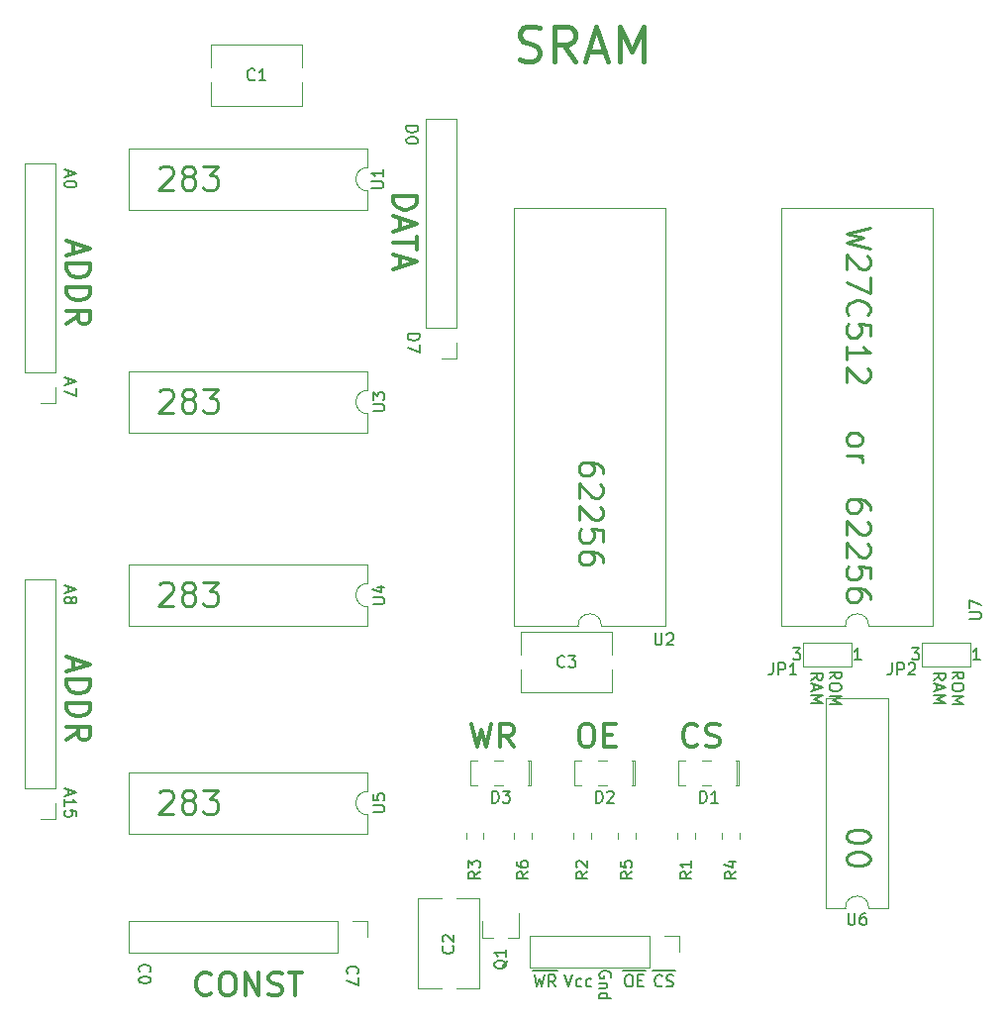
<source format=gbr>
G04 #@! TF.GenerationSoftware,KiCad,Pcbnew,(5.1.8)-1*
G04 #@! TF.CreationDate,2024-07-20T23:50:34+03:00*
G04 #@! TF.ProjectId,RAM,52414d2e-6b69-4636-9164-5f7063625858,rev?*
G04 #@! TF.SameCoordinates,PXc1c960PYc1c960*
G04 #@! TF.FileFunction,Legend,Top*
G04 #@! TF.FilePolarity,Positive*
%FSLAX46Y46*%
G04 Gerber Fmt 4.6, Leading zero omitted, Abs format (unit mm)*
G04 Created by KiCad (PCBNEW (5.1.8)-1) date 2024-07-20 23:50:34*
%MOMM*%
%LPD*%
G01*
G04 APERTURE LIST*
%ADD10C,0.150000*%
%ADD11C,0.250000*%
%ADD12C,0.300000*%
%ADD13C,0.400000*%
%ADD14C,0.120000*%
G04 APERTURE END LIST*
D10*
X68445119Y-61222023D02*
X68921309Y-60888690D01*
X68445119Y-60650595D02*
X69445119Y-60650595D01*
X69445119Y-61031547D01*
X69397500Y-61126785D01*
X69349880Y-61174404D01*
X69254642Y-61222023D01*
X69111785Y-61222023D01*
X69016547Y-61174404D01*
X68968928Y-61126785D01*
X68921309Y-61031547D01*
X68921309Y-60650595D01*
X68730833Y-61602976D02*
X68730833Y-62079166D01*
X68445119Y-61507738D02*
X69445119Y-61841071D01*
X68445119Y-62174404D01*
X68445119Y-62507738D02*
X69445119Y-62507738D01*
X68730833Y-62841071D01*
X69445119Y-63174404D01*
X68445119Y-63174404D01*
X78922619Y-61222023D02*
X79398809Y-60888690D01*
X78922619Y-60650595D02*
X79922619Y-60650595D01*
X79922619Y-61031547D01*
X79875000Y-61126785D01*
X79827380Y-61174404D01*
X79732142Y-61222023D01*
X79589285Y-61222023D01*
X79494047Y-61174404D01*
X79446428Y-61126785D01*
X79398809Y-61031547D01*
X79398809Y-60650595D01*
X79208333Y-61602976D02*
X79208333Y-62079166D01*
X78922619Y-61507738D02*
X79922619Y-61841071D01*
X78922619Y-62174404D01*
X78922619Y-62507738D02*
X79922619Y-62507738D01*
X79208333Y-62841071D01*
X79922619Y-63174404D01*
X78922619Y-63174404D01*
X70032619Y-61126785D02*
X70508809Y-60793452D01*
X70032619Y-60555357D02*
X71032619Y-60555357D01*
X71032619Y-60936309D01*
X70985000Y-61031547D01*
X70937380Y-61079166D01*
X70842142Y-61126785D01*
X70699285Y-61126785D01*
X70604047Y-61079166D01*
X70556428Y-61031547D01*
X70508809Y-60936309D01*
X70508809Y-60555357D01*
X71032619Y-61745833D02*
X71032619Y-61936309D01*
X70985000Y-62031547D01*
X70889761Y-62126785D01*
X70699285Y-62174404D01*
X70365952Y-62174404D01*
X70175476Y-62126785D01*
X70080238Y-62031547D01*
X70032619Y-61936309D01*
X70032619Y-61745833D01*
X70080238Y-61650595D01*
X70175476Y-61555357D01*
X70365952Y-61507738D01*
X70699285Y-61507738D01*
X70889761Y-61555357D01*
X70985000Y-61650595D01*
X71032619Y-61745833D01*
X70032619Y-62602976D02*
X71032619Y-62602976D01*
X70318333Y-62936309D01*
X71032619Y-63269642D01*
X70032619Y-63269642D01*
X80510119Y-61126785D02*
X80986309Y-60793452D01*
X80510119Y-60555357D02*
X81510119Y-60555357D01*
X81510119Y-60936309D01*
X81462500Y-61031547D01*
X81414880Y-61079166D01*
X81319642Y-61126785D01*
X81176785Y-61126785D01*
X81081547Y-61079166D01*
X81033928Y-61031547D01*
X80986309Y-60936309D01*
X80986309Y-60555357D01*
X81510119Y-61745833D02*
X81510119Y-61936309D01*
X81462500Y-62031547D01*
X81367261Y-62126785D01*
X81176785Y-62174404D01*
X80843452Y-62174404D01*
X80652976Y-62126785D01*
X80557738Y-62031547D01*
X80510119Y-61936309D01*
X80510119Y-61745833D01*
X80557738Y-61650595D01*
X80652976Y-61555357D01*
X80843452Y-61507738D01*
X81176785Y-61507738D01*
X81367261Y-61555357D01*
X81462500Y-61650595D01*
X81510119Y-61745833D01*
X80510119Y-62602976D02*
X81510119Y-62602976D01*
X80795833Y-62936309D01*
X81510119Y-63269642D01*
X80510119Y-63269642D01*
D11*
X71485238Y-40513095D02*
X71580476Y-40322619D01*
X71675714Y-40227380D01*
X71866190Y-40132142D01*
X72437619Y-40132142D01*
X72628095Y-40227380D01*
X72723333Y-40322619D01*
X72818571Y-40513095D01*
X72818571Y-40798809D01*
X72723333Y-40989285D01*
X72628095Y-41084523D01*
X72437619Y-41179761D01*
X71866190Y-41179761D01*
X71675714Y-41084523D01*
X71580476Y-40989285D01*
X71485238Y-40798809D01*
X71485238Y-40513095D01*
X71485238Y-42036904D02*
X72818571Y-42036904D01*
X72437619Y-42036904D02*
X72628095Y-42132142D01*
X72723333Y-42227380D01*
X72818571Y-42417857D01*
X72818571Y-42608333D01*
X73485238Y-46736428D02*
X73485238Y-46355476D01*
X73390000Y-46165000D01*
X73294761Y-46069761D01*
X73009047Y-45879285D01*
X72628095Y-45784047D01*
X71866190Y-45784047D01*
X71675714Y-45879285D01*
X71580476Y-45974523D01*
X71485238Y-46165000D01*
X71485238Y-46545952D01*
X71580476Y-46736428D01*
X71675714Y-46831666D01*
X71866190Y-46926904D01*
X72342380Y-46926904D01*
X72532857Y-46831666D01*
X72628095Y-46736428D01*
X72723333Y-46545952D01*
X72723333Y-46165000D01*
X72628095Y-45974523D01*
X72532857Y-45879285D01*
X72342380Y-45784047D01*
X73294761Y-47688809D02*
X73390000Y-47784047D01*
X73485238Y-47974523D01*
X73485238Y-48450714D01*
X73390000Y-48641190D01*
X73294761Y-48736428D01*
X73104285Y-48831666D01*
X72913809Y-48831666D01*
X72628095Y-48736428D01*
X71485238Y-47593571D01*
X71485238Y-48831666D01*
X73294761Y-49593571D02*
X73390000Y-49688809D01*
X73485238Y-49879285D01*
X73485238Y-50355476D01*
X73390000Y-50545952D01*
X73294761Y-50641190D01*
X73104285Y-50736428D01*
X72913809Y-50736428D01*
X72628095Y-50641190D01*
X71485238Y-49498333D01*
X71485238Y-50736428D01*
X73485238Y-52545952D02*
X73485238Y-51593571D01*
X72532857Y-51498333D01*
X72628095Y-51593571D01*
X72723333Y-51784047D01*
X72723333Y-52260238D01*
X72628095Y-52450714D01*
X72532857Y-52545952D01*
X72342380Y-52641190D01*
X71866190Y-52641190D01*
X71675714Y-52545952D01*
X71580476Y-52450714D01*
X71485238Y-52260238D01*
X71485238Y-51784047D01*
X71580476Y-51593571D01*
X71675714Y-51498333D01*
X73485238Y-54355476D02*
X73485238Y-53974523D01*
X73390000Y-53784047D01*
X73294761Y-53688809D01*
X73009047Y-53498333D01*
X72628095Y-53403095D01*
X71866190Y-53403095D01*
X71675714Y-53498333D01*
X71580476Y-53593571D01*
X71485238Y-53784047D01*
X71485238Y-54165000D01*
X71580476Y-54355476D01*
X71675714Y-54450714D01*
X71866190Y-54545952D01*
X72342380Y-54545952D01*
X72532857Y-54450714D01*
X72628095Y-54355476D01*
X72723333Y-54165000D01*
X72723333Y-53784047D01*
X72628095Y-53593571D01*
X72532857Y-53498333D01*
X72342380Y-53403095D01*
X73485238Y-74517380D02*
X73485238Y-74707857D01*
X73390000Y-74898333D01*
X73294761Y-74993571D01*
X73104285Y-75088809D01*
X72723333Y-75184047D01*
X72247142Y-75184047D01*
X71866190Y-75088809D01*
X71675714Y-74993571D01*
X71580476Y-74898333D01*
X71485238Y-74707857D01*
X71485238Y-74517380D01*
X71580476Y-74326904D01*
X71675714Y-74231666D01*
X71866190Y-74136428D01*
X72247142Y-74041190D01*
X72723333Y-74041190D01*
X73104285Y-74136428D01*
X73294761Y-74231666D01*
X73390000Y-74326904D01*
X73485238Y-74517380D01*
X73485238Y-76422142D02*
X73485238Y-76612619D01*
X73390000Y-76803095D01*
X73294761Y-76898333D01*
X73104285Y-76993571D01*
X72723333Y-77088809D01*
X72247142Y-77088809D01*
X71866190Y-76993571D01*
X71675714Y-76898333D01*
X71580476Y-76803095D01*
X71485238Y-76612619D01*
X71485238Y-76422142D01*
X71580476Y-76231666D01*
X71675714Y-76136428D01*
X71866190Y-76041190D01*
X72247142Y-75945952D01*
X72723333Y-75945952D01*
X73104285Y-76041190D01*
X73294761Y-76136428D01*
X73390000Y-76231666D01*
X73485238Y-76422142D01*
X73485238Y-22590952D02*
X71485238Y-23067142D01*
X72913809Y-23448095D01*
X71485238Y-23829047D01*
X73485238Y-24305238D01*
X73294761Y-24971904D02*
X73390000Y-25067142D01*
X73485238Y-25257619D01*
X73485238Y-25733809D01*
X73390000Y-25924285D01*
X73294761Y-26019523D01*
X73104285Y-26114761D01*
X72913809Y-26114761D01*
X72628095Y-26019523D01*
X71485238Y-24876666D01*
X71485238Y-26114761D01*
X73485238Y-26781428D02*
X73485238Y-28114761D01*
X71485238Y-27257619D01*
X71675714Y-30019523D02*
X71580476Y-29924285D01*
X71485238Y-29638571D01*
X71485238Y-29448095D01*
X71580476Y-29162380D01*
X71770952Y-28971904D01*
X71961428Y-28876666D01*
X72342380Y-28781428D01*
X72628095Y-28781428D01*
X73009047Y-28876666D01*
X73199523Y-28971904D01*
X73390000Y-29162380D01*
X73485238Y-29448095D01*
X73485238Y-29638571D01*
X73390000Y-29924285D01*
X73294761Y-30019523D01*
X73485238Y-31829047D02*
X73485238Y-30876666D01*
X72532857Y-30781428D01*
X72628095Y-30876666D01*
X72723333Y-31067142D01*
X72723333Y-31543333D01*
X72628095Y-31733809D01*
X72532857Y-31829047D01*
X72342380Y-31924285D01*
X71866190Y-31924285D01*
X71675714Y-31829047D01*
X71580476Y-31733809D01*
X71485238Y-31543333D01*
X71485238Y-31067142D01*
X71580476Y-30876666D01*
X71675714Y-30781428D01*
X71485238Y-33829047D02*
X71485238Y-32686190D01*
X71485238Y-33257619D02*
X73485238Y-33257619D01*
X73199523Y-33067142D01*
X73009047Y-32876666D01*
X72913809Y-32686190D01*
X73294761Y-34590952D02*
X73390000Y-34686190D01*
X73485238Y-34876666D01*
X73485238Y-35352857D01*
X73390000Y-35543333D01*
X73294761Y-35638571D01*
X73104285Y-35733809D01*
X72913809Y-35733809D01*
X72628095Y-35638571D01*
X71485238Y-34495714D01*
X71485238Y-35733809D01*
D12*
X17129523Y-88026785D02*
X17034285Y-88122023D01*
X16748571Y-88217261D01*
X16558095Y-88217261D01*
X16272380Y-88122023D01*
X16081904Y-87931547D01*
X15986666Y-87741071D01*
X15891428Y-87360119D01*
X15891428Y-87074404D01*
X15986666Y-86693452D01*
X16081904Y-86502976D01*
X16272380Y-86312500D01*
X16558095Y-86217261D01*
X16748571Y-86217261D01*
X17034285Y-86312500D01*
X17129523Y-86407738D01*
X18367619Y-86217261D02*
X18748571Y-86217261D01*
X18939047Y-86312500D01*
X19129523Y-86502976D01*
X19224761Y-86883928D01*
X19224761Y-87550595D01*
X19129523Y-87931547D01*
X18939047Y-88122023D01*
X18748571Y-88217261D01*
X18367619Y-88217261D01*
X18177142Y-88122023D01*
X17986666Y-87931547D01*
X17891428Y-87550595D01*
X17891428Y-86883928D01*
X17986666Y-86502976D01*
X18177142Y-86312500D01*
X18367619Y-86217261D01*
X20081904Y-88217261D02*
X20081904Y-86217261D01*
X21224761Y-88217261D01*
X21224761Y-86217261D01*
X22081904Y-88122023D02*
X22367619Y-88217261D01*
X22843809Y-88217261D01*
X23034285Y-88122023D01*
X23129523Y-88026785D01*
X23224761Y-87836309D01*
X23224761Y-87645833D01*
X23129523Y-87455357D01*
X23034285Y-87360119D01*
X22843809Y-87264880D01*
X22462857Y-87169642D01*
X22272380Y-87074404D01*
X22177142Y-86979166D01*
X22081904Y-86788690D01*
X22081904Y-86598214D01*
X22177142Y-86407738D01*
X22272380Y-86312500D01*
X22462857Y-86217261D01*
X22939047Y-86217261D01*
X23224761Y-86312500D01*
X23796190Y-86217261D02*
X24939047Y-86217261D01*
X24367619Y-88217261D02*
X24367619Y-86217261D01*
D10*
X28852857Y-86320333D02*
X28805238Y-86272714D01*
X28757619Y-86129857D01*
X28757619Y-86034619D01*
X28805238Y-85891761D01*
X28900476Y-85796523D01*
X28995714Y-85748904D01*
X29186190Y-85701285D01*
X29329047Y-85701285D01*
X29519523Y-85748904D01*
X29614761Y-85796523D01*
X29710000Y-85891761D01*
X29757619Y-86034619D01*
X29757619Y-86129857D01*
X29710000Y-86272714D01*
X29662380Y-86320333D01*
X29757619Y-86653666D02*
X29757619Y-87320333D01*
X28757619Y-86891761D01*
X11072857Y-86193333D02*
X11025238Y-86145714D01*
X10977619Y-86002857D01*
X10977619Y-85907619D01*
X11025238Y-85764761D01*
X11120476Y-85669523D01*
X11215714Y-85621904D01*
X11406190Y-85574285D01*
X11549047Y-85574285D01*
X11739523Y-85621904D01*
X11834761Y-85669523D01*
X11930000Y-85764761D01*
X11977619Y-85907619D01*
X11977619Y-86002857D01*
X11930000Y-86145714D01*
X11882380Y-86193333D01*
X11977619Y-86812380D02*
X11977619Y-86907619D01*
X11930000Y-87002857D01*
X11882380Y-87050476D01*
X11787142Y-87098095D01*
X11596666Y-87145714D01*
X11358571Y-87145714D01*
X11168095Y-87098095D01*
X11072857Y-87050476D01*
X11025238Y-87002857D01*
X10977619Y-86907619D01*
X10977619Y-86812380D01*
X11025238Y-86717142D01*
X11072857Y-86669523D01*
X11168095Y-86621904D01*
X11358571Y-86574285D01*
X11596666Y-86574285D01*
X11787142Y-86621904D01*
X11882380Y-86669523D01*
X11930000Y-86717142D01*
X11977619Y-86812380D01*
D12*
X39417857Y-64944761D02*
X39894047Y-66944761D01*
X40275000Y-65516190D01*
X40655952Y-66944761D01*
X41132142Y-64944761D01*
X43036904Y-66944761D02*
X42370238Y-65992380D01*
X41894047Y-66944761D02*
X41894047Y-64944761D01*
X42655952Y-64944761D01*
X42846428Y-65040000D01*
X42941666Y-65135238D01*
X43036904Y-65325714D01*
X43036904Y-65611428D01*
X42941666Y-65801904D01*
X42846428Y-65897142D01*
X42655952Y-65992380D01*
X41894047Y-65992380D01*
X49069761Y-64944761D02*
X49450714Y-64944761D01*
X49641190Y-65040000D01*
X49831666Y-65230476D01*
X49926904Y-65611428D01*
X49926904Y-66278095D01*
X49831666Y-66659047D01*
X49641190Y-66849523D01*
X49450714Y-66944761D01*
X49069761Y-66944761D01*
X48879285Y-66849523D01*
X48688809Y-66659047D01*
X48593571Y-66278095D01*
X48593571Y-65611428D01*
X48688809Y-65230476D01*
X48879285Y-65040000D01*
X49069761Y-64944761D01*
X50784047Y-65897142D02*
X51450714Y-65897142D01*
X51736428Y-66944761D02*
X50784047Y-66944761D01*
X50784047Y-64944761D01*
X51736428Y-64944761D01*
X58721666Y-66754285D02*
X58626428Y-66849523D01*
X58340714Y-66944761D01*
X58150238Y-66944761D01*
X57864523Y-66849523D01*
X57674047Y-66659047D01*
X57578809Y-66468571D01*
X57483571Y-66087619D01*
X57483571Y-65801904D01*
X57578809Y-65420952D01*
X57674047Y-65230476D01*
X57864523Y-65040000D01*
X58150238Y-64944761D01*
X58340714Y-64944761D01*
X58626428Y-65040000D01*
X58721666Y-65135238D01*
X59483571Y-66849523D02*
X59769285Y-66944761D01*
X60245476Y-66944761D01*
X60435952Y-66849523D01*
X60531190Y-66754285D01*
X60626428Y-66563809D01*
X60626428Y-66373333D01*
X60531190Y-66182857D01*
X60435952Y-66087619D01*
X60245476Y-65992380D01*
X59864523Y-65897142D01*
X59674047Y-65801904D01*
X59578809Y-65706666D01*
X59483571Y-65516190D01*
X59483571Y-65325714D01*
X59578809Y-65135238D01*
X59674047Y-65040000D01*
X59864523Y-64944761D01*
X60340714Y-64944761D01*
X60626428Y-65040000D01*
X32750238Y-19860000D02*
X34750238Y-19860000D01*
X34750238Y-20336190D01*
X34655000Y-20621904D01*
X34464523Y-20812380D01*
X34274047Y-20907619D01*
X33893095Y-21002857D01*
X33607380Y-21002857D01*
X33226428Y-20907619D01*
X33035952Y-20812380D01*
X32845476Y-20621904D01*
X32750238Y-20336190D01*
X32750238Y-19860000D01*
X33321666Y-21764761D02*
X33321666Y-22717142D01*
X32750238Y-21574285D02*
X34750238Y-22240952D01*
X32750238Y-22907619D01*
X34750238Y-23288571D02*
X34750238Y-24431428D01*
X32750238Y-23860000D02*
X34750238Y-23860000D01*
X33321666Y-25002857D02*
X33321666Y-25955238D01*
X32750238Y-24812380D02*
X34750238Y-25479047D01*
X32750238Y-26145714D01*
X5381666Y-59388809D02*
X5381666Y-60341190D01*
X4810238Y-59198333D02*
X6810238Y-59865000D01*
X4810238Y-60531666D01*
X4810238Y-61198333D02*
X6810238Y-61198333D01*
X6810238Y-61674523D01*
X6715000Y-61960238D01*
X6524523Y-62150714D01*
X6334047Y-62245952D01*
X5953095Y-62341190D01*
X5667380Y-62341190D01*
X5286428Y-62245952D01*
X5095952Y-62150714D01*
X4905476Y-61960238D01*
X4810238Y-61674523D01*
X4810238Y-61198333D01*
X4810238Y-63198333D02*
X6810238Y-63198333D01*
X6810238Y-63674523D01*
X6715000Y-63960238D01*
X6524523Y-64150714D01*
X6334047Y-64245952D01*
X5953095Y-64341190D01*
X5667380Y-64341190D01*
X5286428Y-64245952D01*
X5095952Y-64150714D01*
X4905476Y-63960238D01*
X4810238Y-63674523D01*
X4810238Y-63198333D01*
X4810238Y-66341190D02*
X5762619Y-65674523D01*
X4810238Y-65198333D02*
X6810238Y-65198333D01*
X6810238Y-65960238D01*
X6715000Y-66150714D01*
X6619761Y-66245952D01*
X6429285Y-66341190D01*
X6143571Y-66341190D01*
X5953095Y-66245952D01*
X5857857Y-66150714D01*
X5762619Y-65960238D01*
X5762619Y-65198333D01*
X5381666Y-23828809D02*
X5381666Y-24781190D01*
X4810238Y-23638333D02*
X6810238Y-24305000D01*
X4810238Y-24971666D01*
X4810238Y-25638333D02*
X6810238Y-25638333D01*
X6810238Y-26114523D01*
X6715000Y-26400238D01*
X6524523Y-26590714D01*
X6334047Y-26685952D01*
X5953095Y-26781190D01*
X5667380Y-26781190D01*
X5286428Y-26685952D01*
X5095952Y-26590714D01*
X4905476Y-26400238D01*
X4810238Y-26114523D01*
X4810238Y-25638333D01*
X4810238Y-27638333D02*
X6810238Y-27638333D01*
X6810238Y-28114523D01*
X6715000Y-28400238D01*
X6524523Y-28590714D01*
X6334047Y-28685952D01*
X5953095Y-28781190D01*
X5667380Y-28781190D01*
X5286428Y-28685952D01*
X5095952Y-28590714D01*
X4905476Y-28400238D01*
X4810238Y-28114523D01*
X4810238Y-27638333D01*
X4810238Y-30781190D02*
X5762619Y-30114523D01*
X4810238Y-29638333D02*
X6810238Y-29638333D01*
X6810238Y-30400238D01*
X6715000Y-30590714D01*
X6619761Y-30685952D01*
X6429285Y-30781190D01*
X6143571Y-30781190D01*
X5953095Y-30685952D01*
X5857857Y-30590714D01*
X5762619Y-30400238D01*
X5762619Y-29638333D01*
D10*
X4913333Y-70564523D02*
X4913333Y-71040714D01*
X4627619Y-70469285D02*
X5627619Y-70802619D01*
X4627619Y-71135952D01*
X4627619Y-71993095D02*
X4627619Y-71421666D01*
X4627619Y-71707380D02*
X5627619Y-71707380D01*
X5484761Y-71612142D01*
X5389523Y-71516904D01*
X5341904Y-71421666D01*
X5627619Y-72897857D02*
X5627619Y-72421666D01*
X5151428Y-72374047D01*
X5199047Y-72421666D01*
X5246666Y-72516904D01*
X5246666Y-72755000D01*
X5199047Y-72850238D01*
X5151428Y-72897857D01*
X5056190Y-72945476D01*
X4818095Y-72945476D01*
X4722857Y-72897857D01*
X4675238Y-72850238D01*
X4627619Y-72755000D01*
X4627619Y-72516904D01*
X4675238Y-72421666D01*
X4722857Y-72374047D01*
X4913333Y-53260714D02*
X4913333Y-53736904D01*
X4627619Y-53165476D02*
X5627619Y-53498809D01*
X4627619Y-53832142D01*
X5199047Y-54308333D02*
X5246666Y-54213095D01*
X5294285Y-54165476D01*
X5389523Y-54117857D01*
X5437142Y-54117857D01*
X5532380Y-54165476D01*
X5580000Y-54213095D01*
X5627619Y-54308333D01*
X5627619Y-54498809D01*
X5580000Y-54594047D01*
X5532380Y-54641666D01*
X5437142Y-54689285D01*
X5389523Y-54689285D01*
X5294285Y-54641666D01*
X5246666Y-54594047D01*
X5199047Y-54498809D01*
X5199047Y-54308333D01*
X5151428Y-54213095D01*
X5103809Y-54165476D01*
X5008571Y-54117857D01*
X4818095Y-54117857D01*
X4722857Y-54165476D01*
X4675238Y-54213095D01*
X4627619Y-54308333D01*
X4627619Y-54498809D01*
X4675238Y-54594047D01*
X4722857Y-54641666D01*
X4818095Y-54689285D01*
X5008571Y-54689285D01*
X5103809Y-54641666D01*
X5151428Y-54594047D01*
X5199047Y-54498809D01*
X4913333Y-35480714D02*
X4913333Y-35956904D01*
X4627619Y-35385476D02*
X5627619Y-35718809D01*
X4627619Y-36052142D01*
X5627619Y-36290238D02*
X5627619Y-36956904D01*
X4627619Y-36528333D01*
X4913333Y-17700714D02*
X4913333Y-18176904D01*
X4627619Y-17605476D02*
X5627619Y-17938809D01*
X4627619Y-18272142D01*
X5627619Y-18795952D02*
X5627619Y-18891190D01*
X5580000Y-18986428D01*
X5532380Y-19034047D01*
X5437142Y-19081666D01*
X5246666Y-19129285D01*
X5008571Y-19129285D01*
X4818095Y-19081666D01*
X4722857Y-19034047D01*
X4675238Y-18986428D01*
X4627619Y-18891190D01*
X4627619Y-18795952D01*
X4675238Y-18700714D01*
X4722857Y-18653095D01*
X4818095Y-18605476D01*
X5008571Y-18557857D01*
X5246666Y-18557857D01*
X5437142Y-18605476D01*
X5532380Y-18653095D01*
X5580000Y-18700714D01*
X5627619Y-18795952D01*
D11*
X12763809Y-70850238D02*
X12859047Y-70755000D01*
X13049523Y-70659761D01*
X13525714Y-70659761D01*
X13716190Y-70755000D01*
X13811428Y-70850238D01*
X13906666Y-71040714D01*
X13906666Y-71231190D01*
X13811428Y-71516904D01*
X12668571Y-72659761D01*
X13906666Y-72659761D01*
X15049523Y-71516904D02*
X14859047Y-71421666D01*
X14763809Y-71326428D01*
X14668571Y-71135952D01*
X14668571Y-71040714D01*
X14763809Y-70850238D01*
X14859047Y-70755000D01*
X15049523Y-70659761D01*
X15430476Y-70659761D01*
X15620952Y-70755000D01*
X15716190Y-70850238D01*
X15811428Y-71040714D01*
X15811428Y-71135952D01*
X15716190Y-71326428D01*
X15620952Y-71421666D01*
X15430476Y-71516904D01*
X15049523Y-71516904D01*
X14859047Y-71612142D01*
X14763809Y-71707380D01*
X14668571Y-71897857D01*
X14668571Y-72278809D01*
X14763809Y-72469285D01*
X14859047Y-72564523D01*
X15049523Y-72659761D01*
X15430476Y-72659761D01*
X15620952Y-72564523D01*
X15716190Y-72469285D01*
X15811428Y-72278809D01*
X15811428Y-71897857D01*
X15716190Y-71707380D01*
X15620952Y-71612142D01*
X15430476Y-71516904D01*
X16478095Y-70659761D02*
X17716190Y-70659761D01*
X17049523Y-71421666D01*
X17335238Y-71421666D01*
X17525714Y-71516904D01*
X17620952Y-71612142D01*
X17716190Y-71802619D01*
X17716190Y-72278809D01*
X17620952Y-72469285D01*
X17525714Y-72564523D01*
X17335238Y-72659761D01*
X16763809Y-72659761D01*
X16573333Y-72564523D01*
X16478095Y-72469285D01*
X12763809Y-53070238D02*
X12859047Y-52975000D01*
X13049523Y-52879761D01*
X13525714Y-52879761D01*
X13716190Y-52975000D01*
X13811428Y-53070238D01*
X13906666Y-53260714D01*
X13906666Y-53451190D01*
X13811428Y-53736904D01*
X12668571Y-54879761D01*
X13906666Y-54879761D01*
X15049523Y-53736904D02*
X14859047Y-53641666D01*
X14763809Y-53546428D01*
X14668571Y-53355952D01*
X14668571Y-53260714D01*
X14763809Y-53070238D01*
X14859047Y-52975000D01*
X15049523Y-52879761D01*
X15430476Y-52879761D01*
X15620952Y-52975000D01*
X15716190Y-53070238D01*
X15811428Y-53260714D01*
X15811428Y-53355952D01*
X15716190Y-53546428D01*
X15620952Y-53641666D01*
X15430476Y-53736904D01*
X15049523Y-53736904D01*
X14859047Y-53832142D01*
X14763809Y-53927380D01*
X14668571Y-54117857D01*
X14668571Y-54498809D01*
X14763809Y-54689285D01*
X14859047Y-54784523D01*
X15049523Y-54879761D01*
X15430476Y-54879761D01*
X15620952Y-54784523D01*
X15716190Y-54689285D01*
X15811428Y-54498809D01*
X15811428Y-54117857D01*
X15716190Y-53927380D01*
X15620952Y-53832142D01*
X15430476Y-53736904D01*
X16478095Y-52879761D02*
X17716190Y-52879761D01*
X17049523Y-53641666D01*
X17335238Y-53641666D01*
X17525714Y-53736904D01*
X17620952Y-53832142D01*
X17716190Y-54022619D01*
X17716190Y-54498809D01*
X17620952Y-54689285D01*
X17525714Y-54784523D01*
X17335238Y-54879761D01*
X16763809Y-54879761D01*
X16573333Y-54784523D01*
X16478095Y-54689285D01*
X12763809Y-36560238D02*
X12859047Y-36465000D01*
X13049523Y-36369761D01*
X13525714Y-36369761D01*
X13716190Y-36465000D01*
X13811428Y-36560238D01*
X13906666Y-36750714D01*
X13906666Y-36941190D01*
X13811428Y-37226904D01*
X12668571Y-38369761D01*
X13906666Y-38369761D01*
X15049523Y-37226904D02*
X14859047Y-37131666D01*
X14763809Y-37036428D01*
X14668571Y-36845952D01*
X14668571Y-36750714D01*
X14763809Y-36560238D01*
X14859047Y-36465000D01*
X15049523Y-36369761D01*
X15430476Y-36369761D01*
X15620952Y-36465000D01*
X15716190Y-36560238D01*
X15811428Y-36750714D01*
X15811428Y-36845952D01*
X15716190Y-37036428D01*
X15620952Y-37131666D01*
X15430476Y-37226904D01*
X15049523Y-37226904D01*
X14859047Y-37322142D01*
X14763809Y-37417380D01*
X14668571Y-37607857D01*
X14668571Y-37988809D01*
X14763809Y-38179285D01*
X14859047Y-38274523D01*
X15049523Y-38369761D01*
X15430476Y-38369761D01*
X15620952Y-38274523D01*
X15716190Y-38179285D01*
X15811428Y-37988809D01*
X15811428Y-37607857D01*
X15716190Y-37417380D01*
X15620952Y-37322142D01*
X15430476Y-37226904D01*
X16478095Y-36369761D02*
X17716190Y-36369761D01*
X17049523Y-37131666D01*
X17335238Y-37131666D01*
X17525714Y-37226904D01*
X17620952Y-37322142D01*
X17716190Y-37512619D01*
X17716190Y-37988809D01*
X17620952Y-38179285D01*
X17525714Y-38274523D01*
X17335238Y-38369761D01*
X16763809Y-38369761D01*
X16573333Y-38274523D01*
X16478095Y-38179285D01*
X12763809Y-17510238D02*
X12859047Y-17415000D01*
X13049523Y-17319761D01*
X13525714Y-17319761D01*
X13716190Y-17415000D01*
X13811428Y-17510238D01*
X13906666Y-17700714D01*
X13906666Y-17891190D01*
X13811428Y-18176904D01*
X12668571Y-19319761D01*
X13906666Y-19319761D01*
X15049523Y-18176904D02*
X14859047Y-18081666D01*
X14763809Y-17986428D01*
X14668571Y-17795952D01*
X14668571Y-17700714D01*
X14763809Y-17510238D01*
X14859047Y-17415000D01*
X15049523Y-17319761D01*
X15430476Y-17319761D01*
X15620952Y-17415000D01*
X15716190Y-17510238D01*
X15811428Y-17700714D01*
X15811428Y-17795952D01*
X15716190Y-17986428D01*
X15620952Y-18081666D01*
X15430476Y-18176904D01*
X15049523Y-18176904D01*
X14859047Y-18272142D01*
X14763809Y-18367380D01*
X14668571Y-18557857D01*
X14668571Y-18938809D01*
X14763809Y-19129285D01*
X14859047Y-19224523D01*
X15049523Y-19319761D01*
X15430476Y-19319761D01*
X15620952Y-19224523D01*
X15716190Y-19129285D01*
X15811428Y-18938809D01*
X15811428Y-18557857D01*
X15716190Y-18367380D01*
X15620952Y-18272142D01*
X15430476Y-18176904D01*
X16478095Y-17319761D02*
X17716190Y-17319761D01*
X17049523Y-18081666D01*
X17335238Y-18081666D01*
X17525714Y-18176904D01*
X17620952Y-18272142D01*
X17716190Y-18462619D01*
X17716190Y-18938809D01*
X17620952Y-19129285D01*
X17525714Y-19224523D01*
X17335238Y-19319761D01*
X16763809Y-19319761D01*
X16573333Y-19224523D01*
X16478095Y-19129285D01*
X50625238Y-43561428D02*
X50625238Y-43180476D01*
X50530000Y-42990000D01*
X50434761Y-42894761D01*
X50149047Y-42704285D01*
X49768095Y-42609047D01*
X49006190Y-42609047D01*
X48815714Y-42704285D01*
X48720476Y-42799523D01*
X48625238Y-42990000D01*
X48625238Y-43370952D01*
X48720476Y-43561428D01*
X48815714Y-43656666D01*
X49006190Y-43751904D01*
X49482380Y-43751904D01*
X49672857Y-43656666D01*
X49768095Y-43561428D01*
X49863333Y-43370952D01*
X49863333Y-42990000D01*
X49768095Y-42799523D01*
X49672857Y-42704285D01*
X49482380Y-42609047D01*
X50434761Y-44513809D02*
X50530000Y-44609047D01*
X50625238Y-44799523D01*
X50625238Y-45275714D01*
X50530000Y-45466190D01*
X50434761Y-45561428D01*
X50244285Y-45656666D01*
X50053809Y-45656666D01*
X49768095Y-45561428D01*
X48625238Y-44418571D01*
X48625238Y-45656666D01*
X50434761Y-46418571D02*
X50530000Y-46513809D01*
X50625238Y-46704285D01*
X50625238Y-47180476D01*
X50530000Y-47370952D01*
X50434761Y-47466190D01*
X50244285Y-47561428D01*
X50053809Y-47561428D01*
X49768095Y-47466190D01*
X48625238Y-46323333D01*
X48625238Y-47561428D01*
X50625238Y-49370952D02*
X50625238Y-48418571D01*
X49672857Y-48323333D01*
X49768095Y-48418571D01*
X49863333Y-48609047D01*
X49863333Y-49085238D01*
X49768095Y-49275714D01*
X49672857Y-49370952D01*
X49482380Y-49466190D01*
X49006190Y-49466190D01*
X48815714Y-49370952D01*
X48720476Y-49275714D01*
X48625238Y-49085238D01*
X48625238Y-48609047D01*
X48720476Y-48418571D01*
X48815714Y-48323333D01*
X50625238Y-51180476D02*
X50625238Y-50799523D01*
X50530000Y-50609047D01*
X50434761Y-50513809D01*
X50149047Y-50323333D01*
X49768095Y-50228095D01*
X49006190Y-50228095D01*
X48815714Y-50323333D01*
X48720476Y-50418571D01*
X48625238Y-50609047D01*
X48625238Y-50990000D01*
X48720476Y-51180476D01*
X48815714Y-51275714D01*
X49006190Y-51370952D01*
X49482380Y-51370952D01*
X49672857Y-51275714D01*
X49768095Y-51180476D01*
X49863333Y-50990000D01*
X49863333Y-50609047D01*
X49768095Y-50418571D01*
X49672857Y-50323333D01*
X49482380Y-50228095D01*
D13*
X43537857Y-8199285D02*
X43966428Y-8342142D01*
X44680714Y-8342142D01*
X44966428Y-8199285D01*
X45109285Y-8056428D01*
X45252142Y-7770714D01*
X45252142Y-7485000D01*
X45109285Y-7199285D01*
X44966428Y-7056428D01*
X44680714Y-6913571D01*
X44109285Y-6770714D01*
X43823571Y-6627857D01*
X43680714Y-6485000D01*
X43537857Y-6199285D01*
X43537857Y-5913571D01*
X43680714Y-5627857D01*
X43823571Y-5485000D01*
X44109285Y-5342142D01*
X44823571Y-5342142D01*
X45252142Y-5485000D01*
X48252142Y-8342142D02*
X47252142Y-6913571D01*
X46537857Y-8342142D02*
X46537857Y-5342142D01*
X47680714Y-5342142D01*
X47966428Y-5485000D01*
X48109285Y-5627857D01*
X48252142Y-5913571D01*
X48252142Y-6342142D01*
X48109285Y-6627857D01*
X47966428Y-6770714D01*
X47680714Y-6913571D01*
X46537857Y-6913571D01*
X49395000Y-7485000D02*
X50823571Y-7485000D01*
X49109285Y-8342142D02*
X50109285Y-5342142D01*
X51109285Y-8342142D01*
X52109285Y-8342142D02*
X52109285Y-5342142D01*
X53109285Y-7485000D01*
X54109285Y-5342142D01*
X54109285Y-8342142D01*
D10*
X54903809Y-86080000D02*
X55903809Y-86080000D01*
X55713333Y-87352142D02*
X55665714Y-87399761D01*
X55522857Y-87447380D01*
X55427619Y-87447380D01*
X55284761Y-87399761D01*
X55189523Y-87304523D01*
X55141904Y-87209285D01*
X55094285Y-87018809D01*
X55094285Y-86875952D01*
X55141904Y-86685476D01*
X55189523Y-86590238D01*
X55284761Y-86495000D01*
X55427619Y-86447380D01*
X55522857Y-86447380D01*
X55665714Y-86495000D01*
X55713333Y-86542619D01*
X55903809Y-86080000D02*
X56856190Y-86080000D01*
X56094285Y-87399761D02*
X56237142Y-87447380D01*
X56475238Y-87447380D01*
X56570476Y-87399761D01*
X56618095Y-87352142D01*
X56665714Y-87256904D01*
X56665714Y-87161666D01*
X56618095Y-87066428D01*
X56570476Y-87018809D01*
X56475238Y-86971190D01*
X56284761Y-86923571D01*
X56189523Y-86875952D01*
X56141904Y-86828333D01*
X56094285Y-86733095D01*
X56094285Y-86637857D01*
X56141904Y-86542619D01*
X56189523Y-86495000D01*
X56284761Y-86447380D01*
X56522857Y-86447380D01*
X56665714Y-86495000D01*
X52363809Y-86080000D02*
X53411428Y-86080000D01*
X52792380Y-86447380D02*
X52982857Y-86447380D01*
X53078095Y-86495000D01*
X53173333Y-86590238D01*
X53220952Y-86780714D01*
X53220952Y-87114047D01*
X53173333Y-87304523D01*
X53078095Y-87399761D01*
X52982857Y-87447380D01*
X52792380Y-87447380D01*
X52697142Y-87399761D01*
X52601904Y-87304523D01*
X52554285Y-87114047D01*
X52554285Y-86780714D01*
X52601904Y-86590238D01*
X52697142Y-86495000D01*
X52792380Y-86447380D01*
X53411428Y-86080000D02*
X54316190Y-86080000D01*
X53649523Y-86923571D02*
X53982857Y-86923571D01*
X54125714Y-87447380D02*
X53649523Y-87447380D01*
X53649523Y-86447380D01*
X54125714Y-86447380D01*
X44648571Y-86080000D02*
X45791428Y-86080000D01*
X44791428Y-86447380D02*
X45029523Y-87447380D01*
X45220000Y-86733095D01*
X45410476Y-87447380D01*
X45648571Y-86447380D01*
X45791428Y-86080000D02*
X46791428Y-86080000D01*
X46600952Y-87447380D02*
X46267619Y-86971190D01*
X46029523Y-87447380D02*
X46029523Y-86447380D01*
X46410476Y-86447380D01*
X46505714Y-86495000D01*
X46553333Y-86542619D01*
X46600952Y-86637857D01*
X46600952Y-86780714D01*
X46553333Y-86875952D01*
X46505714Y-86923571D01*
X46410476Y-86971190D01*
X46029523Y-86971190D01*
X47387023Y-86447380D02*
X47720357Y-87447380D01*
X48053690Y-86447380D01*
X48815595Y-87399761D02*
X48720357Y-87447380D01*
X48529880Y-87447380D01*
X48434642Y-87399761D01*
X48387023Y-87352142D01*
X48339404Y-87256904D01*
X48339404Y-86971190D01*
X48387023Y-86875952D01*
X48434642Y-86828333D01*
X48529880Y-86780714D01*
X48720357Y-86780714D01*
X48815595Y-86828333D01*
X49672738Y-87399761D02*
X49577500Y-87447380D01*
X49387023Y-87447380D01*
X49291785Y-87399761D01*
X49244166Y-87352142D01*
X49196547Y-87256904D01*
X49196547Y-86971190D01*
X49244166Y-86875952D01*
X49291785Y-86828333D01*
X49387023Y-86780714D01*
X49577500Y-86780714D01*
X49672738Y-86828333D01*
X51300000Y-86669642D02*
X51347619Y-86574404D01*
X51347619Y-86431547D01*
X51300000Y-86288690D01*
X51204761Y-86193452D01*
X51109523Y-86145833D01*
X50919047Y-86098214D01*
X50776190Y-86098214D01*
X50585714Y-86145833D01*
X50490476Y-86193452D01*
X50395238Y-86288690D01*
X50347619Y-86431547D01*
X50347619Y-86526785D01*
X50395238Y-86669642D01*
X50442857Y-86717261D01*
X50776190Y-86717261D01*
X50776190Y-86526785D01*
X51014285Y-87145833D02*
X50347619Y-87145833D01*
X50919047Y-87145833D02*
X50966666Y-87193452D01*
X51014285Y-87288690D01*
X51014285Y-87431547D01*
X50966666Y-87526785D01*
X50871428Y-87574404D01*
X50347619Y-87574404D01*
X50347619Y-88479166D02*
X51347619Y-88479166D01*
X50395238Y-88479166D02*
X50347619Y-88383928D01*
X50347619Y-88193452D01*
X50395238Y-88098214D01*
X50442857Y-88050595D01*
X50538095Y-88002976D01*
X50823809Y-88002976D01*
X50919047Y-88050595D01*
X50966666Y-88098214D01*
X51014285Y-88193452D01*
X51014285Y-88383928D01*
X50966666Y-88479166D01*
X33964619Y-31646904D02*
X34964619Y-31646904D01*
X34964619Y-31885000D01*
X34917000Y-32027857D01*
X34821761Y-32123095D01*
X34726523Y-32170714D01*
X34536047Y-32218333D01*
X34393190Y-32218333D01*
X34202714Y-32170714D01*
X34107476Y-32123095D01*
X34012238Y-32027857D01*
X33964619Y-31885000D01*
X33964619Y-31646904D01*
X34964619Y-32551666D02*
X34964619Y-33218333D01*
X33964619Y-32789761D01*
X33837619Y-13866904D02*
X34837619Y-13866904D01*
X34837619Y-14105000D01*
X34790000Y-14247857D01*
X34694761Y-14343095D01*
X34599523Y-14390714D01*
X34409047Y-14438333D01*
X34266190Y-14438333D01*
X34075714Y-14390714D01*
X33980476Y-14343095D01*
X33885238Y-14247857D01*
X33837619Y-14105000D01*
X33837619Y-13866904D01*
X34837619Y-15057380D02*
X34837619Y-15152619D01*
X34790000Y-15247857D01*
X34742380Y-15295476D01*
X34647142Y-15343095D01*
X34456666Y-15390714D01*
X34218571Y-15390714D01*
X34028095Y-15343095D01*
X33932857Y-15295476D01*
X33885238Y-15247857D01*
X33837619Y-15152619D01*
X33837619Y-15057380D01*
X33885238Y-14962142D01*
X33932857Y-14914523D01*
X34028095Y-14866904D01*
X34218571Y-14819285D01*
X34456666Y-14819285D01*
X34647142Y-14866904D01*
X34742380Y-14914523D01*
X34790000Y-14962142D01*
X34837619Y-15057380D01*
D14*
X40330000Y-83310000D02*
X40330000Y-81850000D01*
X43490000Y-83310000D02*
X43490000Y-81150000D01*
X43490000Y-83310000D02*
X42560000Y-83310000D01*
X40330000Y-83310000D02*
X41260000Y-83310000D01*
X82060000Y-60055000D02*
X77960000Y-60055000D01*
X77960000Y-60055000D02*
X77960000Y-58055000D01*
X77960000Y-58055000D02*
X82060000Y-58055000D01*
X82060000Y-58055000D02*
X82060000Y-60055000D01*
X71900000Y-60055000D02*
X67800000Y-60055000D01*
X67800000Y-60055000D02*
X67800000Y-58055000D01*
X67800000Y-58055000D02*
X71900000Y-58055000D01*
X71900000Y-58055000D02*
X71900000Y-60055000D01*
X43675000Y-57070000D02*
X51415000Y-57070000D01*
X43675000Y-62310000D02*
X51415000Y-62310000D01*
X43675000Y-57070000D02*
X43675000Y-59054000D01*
X43675000Y-60326000D02*
X43675000Y-62310000D01*
X51415000Y-57070000D02*
X51415000Y-59054000D01*
X51415000Y-60326000D02*
X51415000Y-62310000D01*
X24905000Y-12145000D02*
X17165000Y-12145000D01*
X24905000Y-6905000D02*
X17165000Y-6905000D01*
X24905000Y-12145000D02*
X24905000Y-10161000D01*
X24905000Y-8889000D02*
X24905000Y-6905000D01*
X17165000Y-12145000D02*
X17165000Y-10161000D01*
X17165000Y-8889000D02*
X17165000Y-6905000D01*
X57210000Y-83125000D02*
X57210000Y-84455000D01*
X55880000Y-83125000D02*
X57210000Y-83125000D01*
X54610000Y-83125000D02*
X54610000Y-85785000D01*
X54610000Y-85785000D02*
X44390000Y-85785000D01*
X54610000Y-83125000D02*
X44390000Y-83125000D01*
X44390000Y-83125000D02*
X44390000Y-85785000D01*
X38160000Y-33715000D02*
X36830000Y-33715000D01*
X38160000Y-32385000D02*
X38160000Y-33715000D01*
X38160000Y-31115000D02*
X35500000Y-31115000D01*
X35500000Y-31115000D02*
X35500000Y-13275000D01*
X38160000Y-31115000D02*
X38160000Y-13275000D01*
X38160000Y-13275000D02*
X35500000Y-13275000D01*
X3870000Y-73085000D02*
X2540000Y-73085000D01*
X3870000Y-71755000D02*
X3870000Y-73085000D01*
X3870000Y-70485000D02*
X1210000Y-70485000D01*
X1210000Y-70485000D02*
X1210000Y-52645000D01*
X3870000Y-70485000D02*
X3870000Y-52645000D01*
X3870000Y-52645000D02*
X1210000Y-52645000D01*
X3870000Y-37525000D02*
X2540000Y-37525000D01*
X3870000Y-36195000D02*
X3870000Y-37525000D01*
X3870000Y-34925000D02*
X1210000Y-34925000D01*
X1210000Y-34925000D02*
X1210000Y-17085000D01*
X3870000Y-34925000D02*
X3870000Y-17085000D01*
X3870000Y-17085000D02*
X1210000Y-17085000D01*
X44350000Y-70275000D02*
X44350000Y-68155000D01*
X39350000Y-70275000D02*
X39350000Y-68155000D01*
X44470000Y-70275000D02*
X44470000Y-68155000D01*
X39910000Y-68155000D02*
X39350000Y-68155000D01*
X42100000Y-68155000D02*
X41369000Y-68155000D01*
X44470000Y-68155000D02*
X44260000Y-68155000D01*
X39910000Y-70275000D02*
X39350000Y-70275000D01*
X42100000Y-70275000D02*
X41369000Y-70275000D01*
X44470000Y-70275000D02*
X44260000Y-70275000D01*
X53240000Y-70275000D02*
X53240000Y-68155000D01*
X48240000Y-70275000D02*
X48240000Y-68155000D01*
X53360000Y-70275000D02*
X53360000Y-68155000D01*
X48800000Y-68155000D02*
X48240000Y-68155000D01*
X50990000Y-68155000D02*
X50259000Y-68155000D01*
X53360000Y-68155000D02*
X53150000Y-68155000D01*
X48800000Y-70275000D02*
X48240000Y-70275000D01*
X50990000Y-70275000D02*
X50259000Y-70275000D01*
X53360000Y-70275000D02*
X53150000Y-70275000D01*
X62130000Y-70275000D02*
X62130000Y-68155000D01*
X57130000Y-70275000D02*
X57130000Y-68155000D01*
X62250000Y-70275000D02*
X62250000Y-68155000D01*
X57690000Y-68155000D02*
X57130000Y-68155000D01*
X59880000Y-68155000D02*
X59149000Y-68155000D01*
X62250000Y-68155000D02*
X62040000Y-68155000D01*
X57690000Y-70275000D02*
X57130000Y-70275000D01*
X59880000Y-70275000D02*
X59149000Y-70275000D01*
X62250000Y-70275000D02*
X62040000Y-70275000D01*
X65930000Y-56575000D02*
X71390000Y-56575000D01*
X65930000Y-20895000D02*
X65930000Y-56575000D01*
X78850000Y-20895000D02*
X65930000Y-20895000D01*
X78850000Y-56575000D02*
X78850000Y-20895000D01*
X73390000Y-56575000D02*
X78850000Y-56575000D01*
X71390000Y-56575000D02*
G75*
G02*
X73390000Y-56575000I1000000J0D01*
G01*
X69740000Y-80705000D02*
X71390000Y-80705000D01*
X69740000Y-62805000D02*
X69740000Y-80705000D01*
X75040000Y-62805000D02*
X69740000Y-62805000D01*
X75040000Y-80705000D02*
X75040000Y-62805000D01*
X73390000Y-80705000D02*
X75040000Y-80705000D01*
X71390000Y-80705000D02*
G75*
G02*
X73390000Y-80705000I1000000J0D01*
G01*
X40085000Y-79870000D02*
X40085000Y-87610000D01*
X34845000Y-79870000D02*
X34845000Y-87610000D01*
X40085000Y-79870000D02*
X38101000Y-79870000D01*
X36829000Y-79870000D02*
X34845000Y-79870000D01*
X40085000Y-87610000D02*
X38101000Y-87610000D01*
X36829000Y-87610000D02*
X34845000Y-87610000D01*
X10100000Y-81855000D02*
X10100000Y-84515000D01*
X27940000Y-81855000D02*
X10100000Y-81855000D01*
X27940000Y-84515000D02*
X10100000Y-84515000D01*
X27940000Y-81855000D02*
X27940000Y-84515000D01*
X29210000Y-81855000D02*
X30540000Y-81855000D01*
X30540000Y-81855000D02*
X30540000Y-83185000D01*
X58520000Y-74792064D02*
X58520000Y-74337936D01*
X57050000Y-74792064D02*
X57050000Y-74337936D01*
X48160000Y-74792064D02*
X48160000Y-74337936D01*
X49630000Y-74792064D02*
X49630000Y-74337936D01*
X40422500Y-74792064D02*
X40422500Y-74337936D01*
X38952500Y-74792064D02*
X38952500Y-74337936D01*
X30540000Y-17415000D02*
X30540000Y-15765000D01*
X30540000Y-15765000D02*
X10100000Y-15765000D01*
X10100000Y-15765000D02*
X10100000Y-21065000D01*
X10100000Y-21065000D02*
X30540000Y-21065000D01*
X30540000Y-21065000D02*
X30540000Y-19415000D01*
X30540000Y-19415000D02*
G75*
G02*
X30540000Y-17415000I0J1000000D01*
G01*
X50530000Y-56575000D02*
X55990000Y-56575000D01*
X55990000Y-56575000D02*
X55990000Y-20895000D01*
X55990000Y-20895000D02*
X43070000Y-20895000D01*
X43070000Y-20895000D02*
X43070000Y-56575000D01*
X43070000Y-56575000D02*
X48530000Y-56575000D01*
X48530000Y-56575000D02*
G75*
G02*
X50530000Y-56575000I1000000J0D01*
G01*
X30540000Y-40115000D02*
X30540000Y-38465000D01*
X10100000Y-40115000D02*
X30540000Y-40115000D01*
X10100000Y-34815000D02*
X10100000Y-40115000D01*
X30540000Y-34815000D02*
X10100000Y-34815000D01*
X30540000Y-36465000D02*
X30540000Y-34815000D01*
X30540000Y-38465000D02*
G75*
G02*
X30540000Y-36465000I0J1000000D01*
G01*
X30540000Y-52975000D02*
X30540000Y-51325000D01*
X30540000Y-51325000D02*
X10100000Y-51325000D01*
X10100000Y-51325000D02*
X10100000Y-56625000D01*
X10100000Y-56625000D02*
X30540000Y-56625000D01*
X30540000Y-56625000D02*
X30540000Y-54975000D01*
X30540000Y-54975000D02*
G75*
G02*
X30540000Y-52975000I0J1000000D01*
G01*
X30540000Y-74405000D02*
X30540000Y-72755000D01*
X10100000Y-74405000D02*
X30540000Y-74405000D01*
X10100000Y-69105000D02*
X10100000Y-74405000D01*
X30540000Y-69105000D02*
X10100000Y-69105000D01*
X30540000Y-70755000D02*
X30540000Y-69105000D01*
X30540000Y-72755000D02*
G75*
G02*
X30540000Y-70755000I0J1000000D01*
G01*
X62330000Y-74792064D02*
X62330000Y-74337936D01*
X60860000Y-74792064D02*
X60860000Y-74337936D01*
X51970000Y-74792064D02*
X51970000Y-74337936D01*
X53440000Y-74792064D02*
X53440000Y-74337936D01*
X44550000Y-74792064D02*
X44550000Y-74337936D01*
X43080000Y-74792064D02*
X43080000Y-74337936D01*
D10*
X42457619Y-85185238D02*
X42410000Y-85280476D01*
X42314761Y-85375714D01*
X42171904Y-85518571D01*
X42124285Y-85613809D01*
X42124285Y-85709047D01*
X42362380Y-85661428D02*
X42314761Y-85756666D01*
X42219523Y-85851904D01*
X42029047Y-85899523D01*
X41695714Y-85899523D01*
X41505238Y-85851904D01*
X41410000Y-85756666D01*
X41362380Y-85661428D01*
X41362380Y-85470952D01*
X41410000Y-85375714D01*
X41505238Y-85280476D01*
X41695714Y-85232857D01*
X42029047Y-85232857D01*
X42219523Y-85280476D01*
X42314761Y-85375714D01*
X42362380Y-85470952D01*
X42362380Y-85661428D01*
X42362380Y-84280476D02*
X42362380Y-84851904D01*
X42362380Y-84566190D02*
X41362380Y-84566190D01*
X41505238Y-84661428D01*
X41600476Y-84756666D01*
X41648095Y-84851904D01*
X75366666Y-59777380D02*
X75366666Y-60491666D01*
X75319047Y-60634523D01*
X75223809Y-60729761D01*
X75080952Y-60777380D01*
X74985714Y-60777380D01*
X75842857Y-60777380D02*
X75842857Y-59777380D01*
X76223809Y-59777380D01*
X76319047Y-59825000D01*
X76366666Y-59872619D01*
X76414285Y-59967857D01*
X76414285Y-60110714D01*
X76366666Y-60205952D01*
X76319047Y-60253571D01*
X76223809Y-60301190D01*
X75842857Y-60301190D01*
X76795238Y-59872619D02*
X76842857Y-59825000D01*
X76938095Y-59777380D01*
X77176190Y-59777380D01*
X77271428Y-59825000D01*
X77319047Y-59872619D01*
X77366666Y-59967857D01*
X77366666Y-60063095D01*
X77319047Y-60205952D01*
X76747619Y-60777380D01*
X77366666Y-60777380D01*
X82895714Y-59507380D02*
X82324285Y-59507380D01*
X82610000Y-59507380D02*
X82610000Y-58507380D01*
X82514761Y-58650238D01*
X82419523Y-58745476D01*
X82324285Y-58793095D01*
X77076666Y-58507380D02*
X77695714Y-58507380D01*
X77362380Y-58888333D01*
X77505238Y-58888333D01*
X77600476Y-58935952D01*
X77648095Y-58983571D01*
X77695714Y-59078809D01*
X77695714Y-59316904D01*
X77648095Y-59412142D01*
X77600476Y-59459761D01*
X77505238Y-59507380D01*
X77219523Y-59507380D01*
X77124285Y-59459761D01*
X77076666Y-59412142D01*
X65206666Y-59777380D02*
X65206666Y-60491666D01*
X65159047Y-60634523D01*
X65063809Y-60729761D01*
X64920952Y-60777380D01*
X64825714Y-60777380D01*
X65682857Y-60777380D02*
X65682857Y-59777380D01*
X66063809Y-59777380D01*
X66159047Y-59825000D01*
X66206666Y-59872619D01*
X66254285Y-59967857D01*
X66254285Y-60110714D01*
X66206666Y-60205952D01*
X66159047Y-60253571D01*
X66063809Y-60301190D01*
X65682857Y-60301190D01*
X67206666Y-60777380D02*
X66635238Y-60777380D01*
X66920952Y-60777380D02*
X66920952Y-59777380D01*
X66825714Y-59920238D01*
X66730476Y-60015476D01*
X66635238Y-60063095D01*
X72735714Y-59507380D02*
X72164285Y-59507380D01*
X72450000Y-59507380D02*
X72450000Y-58507380D01*
X72354761Y-58650238D01*
X72259523Y-58745476D01*
X72164285Y-58793095D01*
X66916666Y-58507380D02*
X67535714Y-58507380D01*
X67202380Y-58888333D01*
X67345238Y-58888333D01*
X67440476Y-58935952D01*
X67488095Y-58983571D01*
X67535714Y-59078809D01*
X67535714Y-59316904D01*
X67488095Y-59412142D01*
X67440476Y-59459761D01*
X67345238Y-59507380D01*
X67059523Y-59507380D01*
X66964285Y-59459761D01*
X66916666Y-59412142D01*
X47378333Y-60047142D02*
X47330714Y-60094761D01*
X47187857Y-60142380D01*
X47092619Y-60142380D01*
X46949761Y-60094761D01*
X46854523Y-59999523D01*
X46806904Y-59904285D01*
X46759285Y-59713809D01*
X46759285Y-59570952D01*
X46806904Y-59380476D01*
X46854523Y-59285238D01*
X46949761Y-59190000D01*
X47092619Y-59142380D01*
X47187857Y-59142380D01*
X47330714Y-59190000D01*
X47378333Y-59237619D01*
X47711666Y-59142380D02*
X48330714Y-59142380D01*
X47997380Y-59523333D01*
X48140238Y-59523333D01*
X48235476Y-59570952D01*
X48283095Y-59618571D01*
X48330714Y-59713809D01*
X48330714Y-59951904D01*
X48283095Y-60047142D01*
X48235476Y-60094761D01*
X48140238Y-60142380D01*
X47854523Y-60142380D01*
X47759285Y-60094761D01*
X47711666Y-60047142D01*
X20868333Y-9882142D02*
X20820714Y-9929761D01*
X20677857Y-9977380D01*
X20582619Y-9977380D01*
X20439761Y-9929761D01*
X20344523Y-9834523D01*
X20296904Y-9739285D01*
X20249285Y-9548809D01*
X20249285Y-9405952D01*
X20296904Y-9215476D01*
X20344523Y-9120238D01*
X20439761Y-9025000D01*
X20582619Y-8977380D01*
X20677857Y-8977380D01*
X20820714Y-9025000D01*
X20868333Y-9072619D01*
X21820714Y-9977380D02*
X21249285Y-9977380D01*
X21535000Y-9977380D02*
X21535000Y-8977380D01*
X21439761Y-9120238D01*
X21344523Y-9215476D01*
X21249285Y-9263095D01*
X41171904Y-71727380D02*
X41171904Y-70727380D01*
X41410000Y-70727380D01*
X41552857Y-70775000D01*
X41648095Y-70870238D01*
X41695714Y-70965476D01*
X41743333Y-71155952D01*
X41743333Y-71298809D01*
X41695714Y-71489285D01*
X41648095Y-71584523D01*
X41552857Y-71679761D01*
X41410000Y-71727380D01*
X41171904Y-71727380D01*
X42076666Y-70727380D02*
X42695714Y-70727380D01*
X42362380Y-71108333D01*
X42505238Y-71108333D01*
X42600476Y-71155952D01*
X42648095Y-71203571D01*
X42695714Y-71298809D01*
X42695714Y-71536904D01*
X42648095Y-71632142D01*
X42600476Y-71679761D01*
X42505238Y-71727380D01*
X42219523Y-71727380D01*
X42124285Y-71679761D01*
X42076666Y-71632142D01*
X50061904Y-71727380D02*
X50061904Y-70727380D01*
X50300000Y-70727380D01*
X50442857Y-70775000D01*
X50538095Y-70870238D01*
X50585714Y-70965476D01*
X50633333Y-71155952D01*
X50633333Y-71298809D01*
X50585714Y-71489285D01*
X50538095Y-71584523D01*
X50442857Y-71679761D01*
X50300000Y-71727380D01*
X50061904Y-71727380D01*
X51014285Y-70822619D02*
X51061904Y-70775000D01*
X51157142Y-70727380D01*
X51395238Y-70727380D01*
X51490476Y-70775000D01*
X51538095Y-70822619D01*
X51585714Y-70917857D01*
X51585714Y-71013095D01*
X51538095Y-71155952D01*
X50966666Y-71727380D01*
X51585714Y-71727380D01*
X58951904Y-71727380D02*
X58951904Y-70727380D01*
X59190000Y-70727380D01*
X59332857Y-70775000D01*
X59428095Y-70870238D01*
X59475714Y-70965476D01*
X59523333Y-71155952D01*
X59523333Y-71298809D01*
X59475714Y-71489285D01*
X59428095Y-71584523D01*
X59332857Y-71679761D01*
X59190000Y-71727380D01*
X58951904Y-71727380D01*
X60475714Y-71727380D02*
X59904285Y-71727380D01*
X60190000Y-71727380D02*
X60190000Y-70727380D01*
X60094761Y-70870238D01*
X59999523Y-70965476D01*
X59904285Y-71013095D01*
X82002380Y-56006904D02*
X82811904Y-56006904D01*
X82907142Y-55959285D01*
X82954761Y-55911666D01*
X83002380Y-55816428D01*
X83002380Y-55625952D01*
X82954761Y-55530714D01*
X82907142Y-55483095D01*
X82811904Y-55435476D01*
X82002380Y-55435476D01*
X82002380Y-55054523D02*
X82002380Y-54387857D01*
X83002380Y-54816428D01*
X71628095Y-81157380D02*
X71628095Y-81966904D01*
X71675714Y-82062142D01*
X71723333Y-82109761D01*
X71818571Y-82157380D01*
X72009047Y-82157380D01*
X72104285Y-82109761D01*
X72151904Y-82062142D01*
X72199523Y-81966904D01*
X72199523Y-81157380D01*
X73104285Y-81157380D02*
X72913809Y-81157380D01*
X72818571Y-81205000D01*
X72770952Y-81252619D01*
X72675714Y-81395476D01*
X72628095Y-81585952D01*
X72628095Y-81966904D01*
X72675714Y-82062142D01*
X72723333Y-82109761D01*
X72818571Y-82157380D01*
X73009047Y-82157380D01*
X73104285Y-82109761D01*
X73151904Y-82062142D01*
X73199523Y-81966904D01*
X73199523Y-81728809D01*
X73151904Y-81633571D01*
X73104285Y-81585952D01*
X73009047Y-81538333D01*
X72818571Y-81538333D01*
X72723333Y-81585952D01*
X72675714Y-81633571D01*
X72628095Y-81728809D01*
X37822142Y-83986666D02*
X37869761Y-84034285D01*
X37917380Y-84177142D01*
X37917380Y-84272380D01*
X37869761Y-84415238D01*
X37774523Y-84510476D01*
X37679285Y-84558095D01*
X37488809Y-84605714D01*
X37345952Y-84605714D01*
X37155476Y-84558095D01*
X37060238Y-84510476D01*
X36965000Y-84415238D01*
X36917380Y-84272380D01*
X36917380Y-84177142D01*
X36965000Y-84034285D01*
X37012619Y-83986666D01*
X37012619Y-83605714D02*
X36965000Y-83558095D01*
X36917380Y-83462857D01*
X36917380Y-83224761D01*
X36965000Y-83129523D01*
X37012619Y-83081904D01*
X37107857Y-83034285D01*
X37203095Y-83034285D01*
X37345952Y-83081904D01*
X37917380Y-83653333D01*
X37917380Y-83034285D01*
X58237380Y-77636666D02*
X57761190Y-77970000D01*
X58237380Y-78208095D02*
X57237380Y-78208095D01*
X57237380Y-77827142D01*
X57285000Y-77731904D01*
X57332619Y-77684285D01*
X57427857Y-77636666D01*
X57570714Y-77636666D01*
X57665952Y-77684285D01*
X57713571Y-77731904D01*
X57761190Y-77827142D01*
X57761190Y-78208095D01*
X58237380Y-76684285D02*
X58237380Y-77255714D01*
X58237380Y-76970000D02*
X57237380Y-76970000D01*
X57380238Y-77065238D01*
X57475476Y-77160476D01*
X57523095Y-77255714D01*
X49347380Y-77636666D02*
X48871190Y-77970000D01*
X49347380Y-78208095D02*
X48347380Y-78208095D01*
X48347380Y-77827142D01*
X48395000Y-77731904D01*
X48442619Y-77684285D01*
X48537857Y-77636666D01*
X48680714Y-77636666D01*
X48775952Y-77684285D01*
X48823571Y-77731904D01*
X48871190Y-77827142D01*
X48871190Y-78208095D01*
X48442619Y-77255714D02*
X48395000Y-77208095D01*
X48347380Y-77112857D01*
X48347380Y-76874761D01*
X48395000Y-76779523D01*
X48442619Y-76731904D01*
X48537857Y-76684285D01*
X48633095Y-76684285D01*
X48775952Y-76731904D01*
X49347380Y-77303333D01*
X49347380Y-76684285D01*
X40139880Y-77636666D02*
X39663690Y-77970000D01*
X40139880Y-78208095D02*
X39139880Y-78208095D01*
X39139880Y-77827142D01*
X39187500Y-77731904D01*
X39235119Y-77684285D01*
X39330357Y-77636666D01*
X39473214Y-77636666D01*
X39568452Y-77684285D01*
X39616071Y-77731904D01*
X39663690Y-77827142D01*
X39663690Y-78208095D01*
X39139880Y-77303333D02*
X39139880Y-76684285D01*
X39520833Y-77017619D01*
X39520833Y-76874761D01*
X39568452Y-76779523D01*
X39616071Y-76731904D01*
X39711309Y-76684285D01*
X39949404Y-76684285D01*
X40044642Y-76731904D01*
X40092261Y-76779523D01*
X40139880Y-76874761D01*
X40139880Y-77160476D01*
X40092261Y-77255714D01*
X40044642Y-77303333D01*
X30884880Y-19176904D02*
X31694404Y-19176904D01*
X31789642Y-19129285D01*
X31837261Y-19081666D01*
X31884880Y-18986428D01*
X31884880Y-18795952D01*
X31837261Y-18700714D01*
X31789642Y-18653095D01*
X31694404Y-18605476D01*
X30884880Y-18605476D01*
X31884880Y-17605476D02*
X31884880Y-18176904D01*
X31884880Y-17891190D02*
X30884880Y-17891190D01*
X31027738Y-17986428D01*
X31122976Y-18081666D01*
X31170595Y-18176904D01*
X55118095Y-57237380D02*
X55118095Y-58046904D01*
X55165714Y-58142142D01*
X55213333Y-58189761D01*
X55308571Y-58237380D01*
X55499047Y-58237380D01*
X55594285Y-58189761D01*
X55641904Y-58142142D01*
X55689523Y-58046904D01*
X55689523Y-57237380D01*
X56118095Y-57332619D02*
X56165714Y-57285000D01*
X56260952Y-57237380D01*
X56499047Y-57237380D01*
X56594285Y-57285000D01*
X56641904Y-57332619D01*
X56689523Y-57427857D01*
X56689523Y-57523095D01*
X56641904Y-57665952D01*
X56070476Y-58237380D01*
X56689523Y-58237380D01*
X30992380Y-38226904D02*
X31801904Y-38226904D01*
X31897142Y-38179285D01*
X31944761Y-38131666D01*
X31992380Y-38036428D01*
X31992380Y-37845952D01*
X31944761Y-37750714D01*
X31897142Y-37703095D01*
X31801904Y-37655476D01*
X30992380Y-37655476D01*
X30992380Y-37274523D02*
X30992380Y-36655476D01*
X31373333Y-36988809D01*
X31373333Y-36845952D01*
X31420952Y-36750714D01*
X31468571Y-36703095D01*
X31563809Y-36655476D01*
X31801904Y-36655476D01*
X31897142Y-36703095D01*
X31944761Y-36750714D01*
X31992380Y-36845952D01*
X31992380Y-37131666D01*
X31944761Y-37226904D01*
X31897142Y-37274523D01*
X30992380Y-54736904D02*
X31801904Y-54736904D01*
X31897142Y-54689285D01*
X31944761Y-54641666D01*
X31992380Y-54546428D01*
X31992380Y-54355952D01*
X31944761Y-54260714D01*
X31897142Y-54213095D01*
X31801904Y-54165476D01*
X30992380Y-54165476D01*
X31325714Y-53260714D02*
X31992380Y-53260714D01*
X30944761Y-53498809D02*
X31659047Y-53736904D01*
X31659047Y-53117857D01*
X30992380Y-72516904D02*
X31801904Y-72516904D01*
X31897142Y-72469285D01*
X31944761Y-72421666D01*
X31992380Y-72326428D01*
X31992380Y-72135952D01*
X31944761Y-72040714D01*
X31897142Y-71993095D01*
X31801904Y-71945476D01*
X30992380Y-71945476D01*
X30992380Y-70993095D02*
X30992380Y-71469285D01*
X31468571Y-71516904D01*
X31420952Y-71469285D01*
X31373333Y-71374047D01*
X31373333Y-71135952D01*
X31420952Y-71040714D01*
X31468571Y-70993095D01*
X31563809Y-70945476D01*
X31801904Y-70945476D01*
X31897142Y-70993095D01*
X31944761Y-71040714D01*
X31992380Y-71135952D01*
X31992380Y-71374047D01*
X31944761Y-71469285D01*
X31897142Y-71516904D01*
X62047380Y-77636666D02*
X61571190Y-77970000D01*
X62047380Y-78208095D02*
X61047380Y-78208095D01*
X61047380Y-77827142D01*
X61095000Y-77731904D01*
X61142619Y-77684285D01*
X61237857Y-77636666D01*
X61380714Y-77636666D01*
X61475952Y-77684285D01*
X61523571Y-77731904D01*
X61571190Y-77827142D01*
X61571190Y-78208095D01*
X61380714Y-76779523D02*
X62047380Y-76779523D01*
X60999761Y-77017619D02*
X61714047Y-77255714D01*
X61714047Y-76636666D01*
X53157380Y-77636666D02*
X52681190Y-77970000D01*
X53157380Y-78208095D02*
X52157380Y-78208095D01*
X52157380Y-77827142D01*
X52205000Y-77731904D01*
X52252619Y-77684285D01*
X52347857Y-77636666D01*
X52490714Y-77636666D01*
X52585952Y-77684285D01*
X52633571Y-77731904D01*
X52681190Y-77827142D01*
X52681190Y-78208095D01*
X52157380Y-76731904D02*
X52157380Y-77208095D01*
X52633571Y-77255714D01*
X52585952Y-77208095D01*
X52538333Y-77112857D01*
X52538333Y-76874761D01*
X52585952Y-76779523D01*
X52633571Y-76731904D01*
X52728809Y-76684285D01*
X52966904Y-76684285D01*
X53062142Y-76731904D01*
X53109761Y-76779523D01*
X53157380Y-76874761D01*
X53157380Y-77112857D01*
X53109761Y-77208095D01*
X53062142Y-77255714D01*
X44267380Y-77636666D02*
X43791190Y-77970000D01*
X44267380Y-78208095D02*
X43267380Y-78208095D01*
X43267380Y-77827142D01*
X43315000Y-77731904D01*
X43362619Y-77684285D01*
X43457857Y-77636666D01*
X43600714Y-77636666D01*
X43695952Y-77684285D01*
X43743571Y-77731904D01*
X43791190Y-77827142D01*
X43791190Y-78208095D01*
X43267380Y-76779523D02*
X43267380Y-76970000D01*
X43315000Y-77065238D01*
X43362619Y-77112857D01*
X43505476Y-77208095D01*
X43695952Y-77255714D01*
X44076904Y-77255714D01*
X44172142Y-77208095D01*
X44219761Y-77160476D01*
X44267380Y-77065238D01*
X44267380Y-76874761D01*
X44219761Y-76779523D01*
X44172142Y-76731904D01*
X44076904Y-76684285D01*
X43838809Y-76684285D01*
X43743571Y-76731904D01*
X43695952Y-76779523D01*
X43648333Y-76874761D01*
X43648333Y-77065238D01*
X43695952Y-77160476D01*
X43743571Y-77208095D01*
X43838809Y-77255714D01*
M02*

</source>
